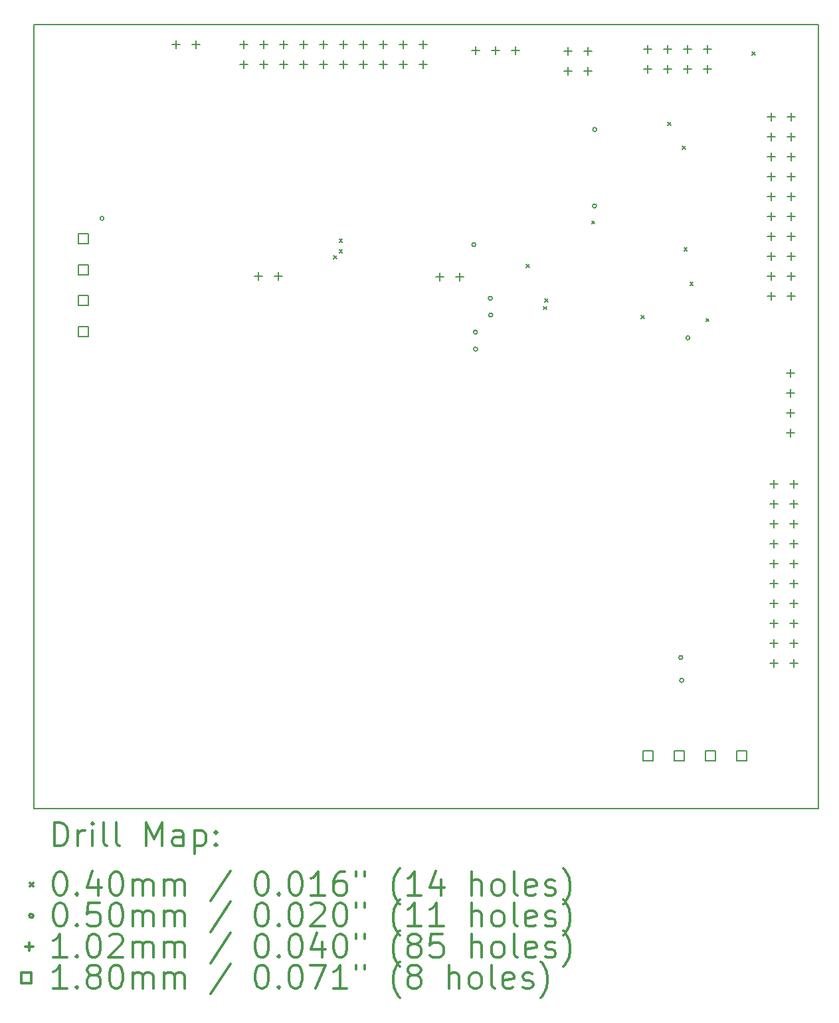
<source format=gbr>
%FSLAX45Y45*%
G04 Gerber Fmt 4.5, Leading zero omitted, Abs format (unit mm)*
G04 Created by KiCad (PCBNEW 4.0.6) date 10/03/17 06:58:42*
%MOMM*%
%LPD*%
G01*
G04 APERTURE LIST*
%ADD10C,0.127000*%
%ADD11C,0.150000*%
%ADD12C,0.200000*%
%ADD13C,0.300000*%
G04 APERTURE END LIST*
D10*
D11*
X18000000Y-2200000D02*
X18000000Y-12200000D01*
X8000000Y-12200000D02*
X18000000Y-12200000D01*
X8000000Y-2200000D02*
X8000000Y-12200000D01*
X8000000Y-2200000D02*
X18000000Y-2200000D01*
D12*
X11819000Y-5143000D02*
X11859000Y-5183000D01*
X11859000Y-5143000D02*
X11819000Y-5183000D01*
X11892000Y-4936000D02*
X11932000Y-4976000D01*
X11932000Y-4936000D02*
X11892000Y-4976000D01*
X11892000Y-5069000D02*
X11932000Y-5109000D01*
X11932000Y-5069000D02*
X11892000Y-5109000D01*
X14277000Y-5252000D02*
X14317000Y-5292000D01*
X14317000Y-5252000D02*
X14277000Y-5292000D01*
X14498000Y-5793000D02*
X14538000Y-5833000D01*
X14538000Y-5793000D02*
X14498000Y-5833000D01*
X14516000Y-5694000D02*
X14556000Y-5734000D01*
X14556000Y-5694000D02*
X14516000Y-5734000D01*
X15110000Y-4701000D02*
X15150000Y-4741000D01*
X15150000Y-4701000D02*
X15110000Y-4741000D01*
X15740000Y-5904000D02*
X15780000Y-5944000D01*
X15780000Y-5904000D02*
X15740000Y-5944000D01*
X16082000Y-3442000D02*
X16122000Y-3482000D01*
X16122000Y-3442000D02*
X16082000Y-3482000D01*
X16263000Y-3749000D02*
X16303000Y-3789000D01*
X16303000Y-3749000D02*
X16263000Y-3789000D01*
X16287000Y-5042000D02*
X16327000Y-5082000D01*
X16327000Y-5042000D02*
X16287000Y-5082000D01*
X16362000Y-5485000D02*
X16402000Y-5525000D01*
X16402000Y-5485000D02*
X16362000Y-5525000D01*
X16566000Y-5944000D02*
X16606000Y-5984000D01*
X16606000Y-5944000D02*
X16566000Y-5984000D01*
X17155000Y-2544000D02*
X17195000Y-2584000D01*
X17195000Y-2544000D02*
X17155000Y-2584000D01*
X8894000Y-4669000D02*
G75*
G03X8894000Y-4669000I-25000J0D01*
G01*
X13633000Y-5004000D02*
G75*
G03X13633000Y-5004000I-25000J0D01*
G01*
X13653000Y-6120000D02*
G75*
G03X13653000Y-6120000I-25000J0D01*
G01*
X13655000Y-6337000D02*
G75*
G03X13655000Y-6337000I-25000J0D01*
G01*
X13843000Y-5689000D02*
G75*
G03X13843000Y-5689000I-25000J0D01*
G01*
X13848000Y-5902000D02*
G75*
G03X13848000Y-5902000I-25000J0D01*
G01*
X15171000Y-4511000D02*
G75*
G03X15171000Y-4511000I-25000J0D01*
G01*
X15174000Y-3536000D02*
G75*
G03X15174000Y-3536000I-25000J0D01*
G01*
X16271000Y-10270000D02*
G75*
G03X16271000Y-10270000I-25000J0D01*
G01*
X16282000Y-10561000D02*
G75*
G03X16282000Y-10561000I-25000J0D01*
G01*
X16361000Y-6193000D02*
G75*
G03X16361000Y-6193000I-25000J0D01*
G01*
X9809000Y-2403200D02*
X9809000Y-2504800D01*
X9758200Y-2454000D02*
X9859800Y-2454000D01*
X10063000Y-2403200D02*
X10063000Y-2504800D01*
X10012200Y-2454000D02*
X10113800Y-2454000D01*
X10679000Y-2402200D02*
X10679000Y-2503800D01*
X10628200Y-2453000D02*
X10729800Y-2453000D01*
X10679000Y-2656200D02*
X10679000Y-2757800D01*
X10628200Y-2707000D02*
X10729800Y-2707000D01*
X10865000Y-5352200D02*
X10865000Y-5453800D01*
X10814200Y-5403000D02*
X10915800Y-5403000D01*
X10933000Y-2402200D02*
X10933000Y-2503800D01*
X10882200Y-2453000D02*
X10983800Y-2453000D01*
X10933000Y-2656200D02*
X10933000Y-2757800D01*
X10882200Y-2707000D02*
X10983800Y-2707000D01*
X11119000Y-5352200D02*
X11119000Y-5453800D01*
X11068200Y-5403000D02*
X11169800Y-5403000D01*
X11187000Y-2402200D02*
X11187000Y-2503800D01*
X11136200Y-2453000D02*
X11237800Y-2453000D01*
X11187000Y-2656200D02*
X11187000Y-2757800D01*
X11136200Y-2707000D02*
X11237800Y-2707000D01*
X11441000Y-2402200D02*
X11441000Y-2503800D01*
X11390200Y-2453000D02*
X11491800Y-2453000D01*
X11441000Y-2656200D02*
X11441000Y-2757800D01*
X11390200Y-2707000D02*
X11491800Y-2707000D01*
X11695000Y-2402200D02*
X11695000Y-2503800D01*
X11644200Y-2453000D02*
X11745800Y-2453000D01*
X11695000Y-2656200D02*
X11695000Y-2757800D01*
X11644200Y-2707000D02*
X11745800Y-2707000D01*
X11949000Y-2402200D02*
X11949000Y-2503800D01*
X11898200Y-2453000D02*
X11999800Y-2453000D01*
X11949000Y-2656200D02*
X11949000Y-2757800D01*
X11898200Y-2707000D02*
X11999800Y-2707000D01*
X12203000Y-2402200D02*
X12203000Y-2503800D01*
X12152200Y-2453000D02*
X12253800Y-2453000D01*
X12203000Y-2656200D02*
X12203000Y-2757800D01*
X12152200Y-2707000D02*
X12253800Y-2707000D01*
X12457000Y-2402200D02*
X12457000Y-2503800D01*
X12406200Y-2453000D02*
X12507800Y-2453000D01*
X12457000Y-2656200D02*
X12457000Y-2757800D01*
X12406200Y-2707000D02*
X12507800Y-2707000D01*
X12711000Y-2402200D02*
X12711000Y-2503800D01*
X12660200Y-2453000D02*
X12761800Y-2453000D01*
X12711000Y-2656200D02*
X12711000Y-2757800D01*
X12660200Y-2707000D02*
X12761800Y-2707000D01*
X12965000Y-2402200D02*
X12965000Y-2503800D01*
X12914200Y-2453000D02*
X13015800Y-2453000D01*
X12965000Y-2656200D02*
X12965000Y-2757800D01*
X12914200Y-2707000D02*
X13015800Y-2707000D01*
X13173000Y-5362200D02*
X13173000Y-5463800D01*
X13122200Y-5413000D02*
X13223800Y-5413000D01*
X13427000Y-5362200D02*
X13427000Y-5463800D01*
X13376200Y-5413000D02*
X13477800Y-5413000D01*
X13635000Y-2480200D02*
X13635000Y-2581800D01*
X13584200Y-2531000D02*
X13685800Y-2531000D01*
X13889000Y-2480200D02*
X13889000Y-2581800D01*
X13838200Y-2531000D02*
X13939800Y-2531000D01*
X14143000Y-2480200D02*
X14143000Y-2581800D01*
X14092200Y-2531000D02*
X14193800Y-2531000D01*
X14808000Y-2489200D02*
X14808000Y-2590800D01*
X14757200Y-2540000D02*
X14858800Y-2540000D01*
X14808000Y-2743200D02*
X14808000Y-2844800D01*
X14757200Y-2794000D02*
X14858800Y-2794000D01*
X15062000Y-2489200D02*
X15062000Y-2590800D01*
X15011200Y-2540000D02*
X15112800Y-2540000D01*
X15062000Y-2743200D02*
X15062000Y-2844800D01*
X15011200Y-2794000D02*
X15112800Y-2794000D01*
X15824000Y-2456200D02*
X15824000Y-2557800D01*
X15773200Y-2507000D02*
X15874800Y-2507000D01*
X15824000Y-2710200D02*
X15824000Y-2811800D01*
X15773200Y-2761000D02*
X15874800Y-2761000D01*
X16078000Y-2456200D02*
X16078000Y-2557800D01*
X16027200Y-2507000D02*
X16128800Y-2507000D01*
X16078000Y-2710200D02*
X16078000Y-2811800D01*
X16027200Y-2761000D02*
X16128800Y-2761000D01*
X16332000Y-2456200D02*
X16332000Y-2557800D01*
X16281200Y-2507000D02*
X16382800Y-2507000D01*
X16332000Y-2710200D02*
X16332000Y-2811800D01*
X16281200Y-2761000D02*
X16382800Y-2761000D01*
X16586000Y-2456200D02*
X16586000Y-2557800D01*
X16535200Y-2507000D02*
X16636800Y-2507000D01*
X16586000Y-2710200D02*
X16586000Y-2811800D01*
X16535200Y-2761000D02*
X16636800Y-2761000D01*
X17399000Y-3327200D02*
X17399000Y-3428800D01*
X17348200Y-3378000D02*
X17449800Y-3378000D01*
X17399000Y-3581200D02*
X17399000Y-3682800D01*
X17348200Y-3632000D02*
X17449800Y-3632000D01*
X17399000Y-3835200D02*
X17399000Y-3936800D01*
X17348200Y-3886000D02*
X17449800Y-3886000D01*
X17399000Y-4089200D02*
X17399000Y-4190800D01*
X17348200Y-4140000D02*
X17449800Y-4140000D01*
X17399000Y-4343200D02*
X17399000Y-4444800D01*
X17348200Y-4394000D02*
X17449800Y-4394000D01*
X17399000Y-4597200D02*
X17399000Y-4698800D01*
X17348200Y-4648000D02*
X17449800Y-4648000D01*
X17399000Y-4851200D02*
X17399000Y-4952800D01*
X17348200Y-4902000D02*
X17449800Y-4902000D01*
X17399000Y-5105200D02*
X17399000Y-5206800D01*
X17348200Y-5156000D02*
X17449800Y-5156000D01*
X17399000Y-5359200D02*
X17399000Y-5460800D01*
X17348200Y-5410000D02*
X17449800Y-5410000D01*
X17399000Y-5613200D02*
X17399000Y-5714800D01*
X17348200Y-5664000D02*
X17449800Y-5664000D01*
X17437000Y-8003200D02*
X17437000Y-8104800D01*
X17386200Y-8054000D02*
X17487800Y-8054000D01*
X17437000Y-8257200D02*
X17437000Y-8358800D01*
X17386200Y-8308000D02*
X17487800Y-8308000D01*
X17437000Y-8511200D02*
X17437000Y-8612800D01*
X17386200Y-8562000D02*
X17487800Y-8562000D01*
X17437000Y-8765200D02*
X17437000Y-8866800D01*
X17386200Y-8816000D02*
X17487800Y-8816000D01*
X17437000Y-9019200D02*
X17437000Y-9120800D01*
X17386200Y-9070000D02*
X17487800Y-9070000D01*
X17437000Y-9273200D02*
X17437000Y-9374800D01*
X17386200Y-9324000D02*
X17487800Y-9324000D01*
X17437000Y-9527200D02*
X17437000Y-9628800D01*
X17386200Y-9578000D02*
X17487800Y-9578000D01*
X17437000Y-9781200D02*
X17437000Y-9882800D01*
X17386200Y-9832000D02*
X17487800Y-9832000D01*
X17437000Y-10035200D02*
X17437000Y-10136800D01*
X17386200Y-10086000D02*
X17487800Y-10086000D01*
X17437000Y-10289200D02*
X17437000Y-10390800D01*
X17386200Y-10340000D02*
X17487800Y-10340000D01*
X17647000Y-6592200D02*
X17647000Y-6693800D01*
X17596200Y-6643000D02*
X17697800Y-6643000D01*
X17647000Y-6846200D02*
X17647000Y-6947800D01*
X17596200Y-6897000D02*
X17697800Y-6897000D01*
X17647000Y-7100200D02*
X17647000Y-7201800D01*
X17596200Y-7151000D02*
X17697800Y-7151000D01*
X17647000Y-7354200D02*
X17647000Y-7455800D01*
X17596200Y-7405000D02*
X17697800Y-7405000D01*
X17653000Y-3327200D02*
X17653000Y-3428800D01*
X17602200Y-3378000D02*
X17703800Y-3378000D01*
X17653000Y-3581200D02*
X17653000Y-3682800D01*
X17602200Y-3632000D02*
X17703800Y-3632000D01*
X17653000Y-3835200D02*
X17653000Y-3936800D01*
X17602200Y-3886000D02*
X17703800Y-3886000D01*
X17653000Y-4089200D02*
X17653000Y-4190800D01*
X17602200Y-4140000D02*
X17703800Y-4140000D01*
X17653000Y-4343200D02*
X17653000Y-4444800D01*
X17602200Y-4394000D02*
X17703800Y-4394000D01*
X17653000Y-4597200D02*
X17653000Y-4698800D01*
X17602200Y-4648000D02*
X17703800Y-4648000D01*
X17653000Y-4851200D02*
X17653000Y-4952800D01*
X17602200Y-4902000D02*
X17703800Y-4902000D01*
X17653000Y-5105200D02*
X17653000Y-5206800D01*
X17602200Y-5156000D02*
X17703800Y-5156000D01*
X17653000Y-5359200D02*
X17653000Y-5460800D01*
X17602200Y-5410000D02*
X17703800Y-5410000D01*
X17653000Y-5613200D02*
X17653000Y-5714800D01*
X17602200Y-5664000D02*
X17703800Y-5664000D01*
X17691000Y-8003200D02*
X17691000Y-8104800D01*
X17640200Y-8054000D02*
X17741800Y-8054000D01*
X17691000Y-8257200D02*
X17691000Y-8358800D01*
X17640200Y-8308000D02*
X17741800Y-8308000D01*
X17691000Y-8511200D02*
X17691000Y-8612800D01*
X17640200Y-8562000D02*
X17741800Y-8562000D01*
X17691000Y-8765200D02*
X17691000Y-8866800D01*
X17640200Y-8816000D02*
X17741800Y-8816000D01*
X17691000Y-9019200D02*
X17691000Y-9120800D01*
X17640200Y-9070000D02*
X17741800Y-9070000D01*
X17691000Y-9273200D02*
X17691000Y-9374800D01*
X17640200Y-9324000D02*
X17741800Y-9324000D01*
X17691000Y-9527200D02*
X17691000Y-9628800D01*
X17640200Y-9578000D02*
X17741800Y-9578000D01*
X17691000Y-9781200D02*
X17691000Y-9882800D01*
X17640200Y-9832000D02*
X17741800Y-9832000D01*
X17691000Y-10035200D02*
X17691000Y-10136800D01*
X17640200Y-10086000D02*
X17741800Y-10086000D01*
X17691000Y-10289200D02*
X17691000Y-10390800D01*
X17640200Y-10340000D02*
X17741800Y-10340000D01*
X8695671Y-4990565D02*
X8695671Y-4863223D01*
X8568329Y-4863223D01*
X8568329Y-4990565D01*
X8695671Y-4990565D01*
X8695671Y-5386551D02*
X8695671Y-5259209D01*
X8568329Y-5259209D01*
X8568329Y-5386551D01*
X8695671Y-5386551D01*
X8695671Y-5782791D02*
X8695671Y-5655449D01*
X8568329Y-5655449D01*
X8568329Y-5782791D01*
X8695671Y-5782791D01*
X8695671Y-6178777D02*
X8695671Y-6051435D01*
X8568329Y-6051435D01*
X8568329Y-6178777D01*
X8695671Y-6178777D01*
X15894565Y-11588671D02*
X15894565Y-11461329D01*
X15767223Y-11461329D01*
X15767223Y-11588671D01*
X15894565Y-11588671D01*
X16290551Y-11588671D02*
X16290551Y-11461329D01*
X16163209Y-11461329D01*
X16163209Y-11588671D01*
X16290551Y-11588671D01*
X16686791Y-11588671D02*
X16686791Y-11461329D01*
X16559449Y-11461329D01*
X16559449Y-11588671D01*
X16686791Y-11588671D01*
X17082777Y-11588671D02*
X17082777Y-11461329D01*
X16955435Y-11461329D01*
X16955435Y-11588671D01*
X17082777Y-11588671D01*
D13*
X8263928Y-12673214D02*
X8263928Y-12373214D01*
X8335357Y-12373214D01*
X8378214Y-12387500D01*
X8406786Y-12416071D01*
X8421071Y-12444643D01*
X8435357Y-12501786D01*
X8435357Y-12544643D01*
X8421071Y-12601786D01*
X8406786Y-12630357D01*
X8378214Y-12658929D01*
X8335357Y-12673214D01*
X8263928Y-12673214D01*
X8563929Y-12673214D02*
X8563929Y-12473214D01*
X8563929Y-12530357D02*
X8578214Y-12501786D01*
X8592500Y-12487500D01*
X8621071Y-12473214D01*
X8649643Y-12473214D01*
X8749643Y-12673214D02*
X8749643Y-12473214D01*
X8749643Y-12373214D02*
X8735357Y-12387500D01*
X8749643Y-12401786D01*
X8763929Y-12387500D01*
X8749643Y-12373214D01*
X8749643Y-12401786D01*
X8935357Y-12673214D02*
X8906786Y-12658929D01*
X8892500Y-12630357D01*
X8892500Y-12373214D01*
X9092500Y-12673214D02*
X9063929Y-12658929D01*
X9049643Y-12630357D01*
X9049643Y-12373214D01*
X9435357Y-12673214D02*
X9435357Y-12373214D01*
X9535357Y-12587500D01*
X9635357Y-12373214D01*
X9635357Y-12673214D01*
X9906786Y-12673214D02*
X9906786Y-12516071D01*
X9892500Y-12487500D01*
X9863929Y-12473214D01*
X9806786Y-12473214D01*
X9778214Y-12487500D01*
X9906786Y-12658929D02*
X9878214Y-12673214D01*
X9806786Y-12673214D01*
X9778214Y-12658929D01*
X9763929Y-12630357D01*
X9763929Y-12601786D01*
X9778214Y-12573214D01*
X9806786Y-12558929D01*
X9878214Y-12558929D01*
X9906786Y-12544643D01*
X10049643Y-12473214D02*
X10049643Y-12773214D01*
X10049643Y-12487500D02*
X10078214Y-12473214D01*
X10135357Y-12473214D01*
X10163929Y-12487500D01*
X10178214Y-12501786D01*
X10192500Y-12530357D01*
X10192500Y-12616071D01*
X10178214Y-12644643D01*
X10163929Y-12658929D01*
X10135357Y-12673214D01*
X10078214Y-12673214D01*
X10049643Y-12658929D01*
X10321071Y-12644643D02*
X10335357Y-12658929D01*
X10321071Y-12673214D01*
X10306786Y-12658929D01*
X10321071Y-12644643D01*
X10321071Y-12673214D01*
X10321071Y-12487500D02*
X10335357Y-12501786D01*
X10321071Y-12516071D01*
X10306786Y-12501786D01*
X10321071Y-12487500D01*
X10321071Y-12516071D01*
X7952500Y-13147500D02*
X7992500Y-13187500D01*
X7992500Y-13147500D02*
X7952500Y-13187500D01*
X8321071Y-13003214D02*
X8349643Y-13003214D01*
X8378214Y-13017500D01*
X8392500Y-13031786D01*
X8406786Y-13060357D01*
X8421071Y-13117500D01*
X8421071Y-13188929D01*
X8406786Y-13246071D01*
X8392500Y-13274643D01*
X8378214Y-13288929D01*
X8349643Y-13303214D01*
X8321071Y-13303214D01*
X8292500Y-13288929D01*
X8278214Y-13274643D01*
X8263928Y-13246071D01*
X8249643Y-13188929D01*
X8249643Y-13117500D01*
X8263928Y-13060357D01*
X8278214Y-13031786D01*
X8292500Y-13017500D01*
X8321071Y-13003214D01*
X8549643Y-13274643D02*
X8563929Y-13288929D01*
X8549643Y-13303214D01*
X8535357Y-13288929D01*
X8549643Y-13274643D01*
X8549643Y-13303214D01*
X8821071Y-13103214D02*
X8821071Y-13303214D01*
X8749643Y-12988929D02*
X8678214Y-13203214D01*
X8863928Y-13203214D01*
X9035357Y-13003214D02*
X9063929Y-13003214D01*
X9092500Y-13017500D01*
X9106786Y-13031786D01*
X9121071Y-13060357D01*
X9135357Y-13117500D01*
X9135357Y-13188929D01*
X9121071Y-13246071D01*
X9106786Y-13274643D01*
X9092500Y-13288929D01*
X9063929Y-13303214D01*
X9035357Y-13303214D01*
X9006786Y-13288929D01*
X8992500Y-13274643D01*
X8978214Y-13246071D01*
X8963929Y-13188929D01*
X8963929Y-13117500D01*
X8978214Y-13060357D01*
X8992500Y-13031786D01*
X9006786Y-13017500D01*
X9035357Y-13003214D01*
X9263929Y-13303214D02*
X9263929Y-13103214D01*
X9263929Y-13131786D02*
X9278214Y-13117500D01*
X9306786Y-13103214D01*
X9349643Y-13103214D01*
X9378214Y-13117500D01*
X9392500Y-13146071D01*
X9392500Y-13303214D01*
X9392500Y-13146071D02*
X9406786Y-13117500D01*
X9435357Y-13103214D01*
X9478214Y-13103214D01*
X9506786Y-13117500D01*
X9521071Y-13146071D01*
X9521071Y-13303214D01*
X9663929Y-13303214D02*
X9663929Y-13103214D01*
X9663929Y-13131786D02*
X9678214Y-13117500D01*
X9706786Y-13103214D01*
X9749643Y-13103214D01*
X9778214Y-13117500D01*
X9792500Y-13146071D01*
X9792500Y-13303214D01*
X9792500Y-13146071D02*
X9806786Y-13117500D01*
X9835357Y-13103214D01*
X9878214Y-13103214D01*
X9906786Y-13117500D01*
X9921071Y-13146071D01*
X9921071Y-13303214D01*
X10506786Y-12988929D02*
X10249643Y-13374643D01*
X10892500Y-13003214D02*
X10921071Y-13003214D01*
X10949643Y-13017500D01*
X10963928Y-13031786D01*
X10978214Y-13060357D01*
X10992500Y-13117500D01*
X10992500Y-13188929D01*
X10978214Y-13246071D01*
X10963928Y-13274643D01*
X10949643Y-13288929D01*
X10921071Y-13303214D01*
X10892500Y-13303214D01*
X10863928Y-13288929D01*
X10849643Y-13274643D01*
X10835357Y-13246071D01*
X10821071Y-13188929D01*
X10821071Y-13117500D01*
X10835357Y-13060357D01*
X10849643Y-13031786D01*
X10863928Y-13017500D01*
X10892500Y-13003214D01*
X11121071Y-13274643D02*
X11135357Y-13288929D01*
X11121071Y-13303214D01*
X11106786Y-13288929D01*
X11121071Y-13274643D01*
X11121071Y-13303214D01*
X11321071Y-13003214D02*
X11349643Y-13003214D01*
X11378214Y-13017500D01*
X11392500Y-13031786D01*
X11406785Y-13060357D01*
X11421071Y-13117500D01*
X11421071Y-13188929D01*
X11406785Y-13246071D01*
X11392500Y-13274643D01*
X11378214Y-13288929D01*
X11349643Y-13303214D01*
X11321071Y-13303214D01*
X11292500Y-13288929D01*
X11278214Y-13274643D01*
X11263928Y-13246071D01*
X11249643Y-13188929D01*
X11249643Y-13117500D01*
X11263928Y-13060357D01*
X11278214Y-13031786D01*
X11292500Y-13017500D01*
X11321071Y-13003214D01*
X11706785Y-13303214D02*
X11535357Y-13303214D01*
X11621071Y-13303214D02*
X11621071Y-13003214D01*
X11592500Y-13046071D01*
X11563928Y-13074643D01*
X11535357Y-13088929D01*
X11963928Y-13003214D02*
X11906785Y-13003214D01*
X11878214Y-13017500D01*
X11863928Y-13031786D01*
X11835357Y-13074643D01*
X11821071Y-13131786D01*
X11821071Y-13246071D01*
X11835357Y-13274643D01*
X11849643Y-13288929D01*
X11878214Y-13303214D01*
X11935357Y-13303214D01*
X11963928Y-13288929D01*
X11978214Y-13274643D01*
X11992500Y-13246071D01*
X11992500Y-13174643D01*
X11978214Y-13146071D01*
X11963928Y-13131786D01*
X11935357Y-13117500D01*
X11878214Y-13117500D01*
X11849643Y-13131786D01*
X11835357Y-13146071D01*
X11821071Y-13174643D01*
X12106786Y-13003214D02*
X12106786Y-13060357D01*
X12221071Y-13003214D02*
X12221071Y-13060357D01*
X12663928Y-13417500D02*
X12649643Y-13403214D01*
X12621071Y-13360357D01*
X12606785Y-13331786D01*
X12592500Y-13288929D01*
X12578214Y-13217500D01*
X12578214Y-13160357D01*
X12592500Y-13088929D01*
X12606785Y-13046071D01*
X12621071Y-13017500D01*
X12649643Y-12974643D01*
X12663928Y-12960357D01*
X12935357Y-13303214D02*
X12763928Y-13303214D01*
X12849643Y-13303214D02*
X12849643Y-13003214D01*
X12821071Y-13046071D01*
X12792500Y-13074643D01*
X12763928Y-13088929D01*
X13192500Y-13103214D02*
X13192500Y-13303214D01*
X13121071Y-12988929D02*
X13049643Y-13203214D01*
X13235357Y-13203214D01*
X13578214Y-13303214D02*
X13578214Y-13003214D01*
X13706785Y-13303214D02*
X13706785Y-13146071D01*
X13692500Y-13117500D01*
X13663928Y-13103214D01*
X13621071Y-13103214D01*
X13592500Y-13117500D01*
X13578214Y-13131786D01*
X13892500Y-13303214D02*
X13863928Y-13288929D01*
X13849643Y-13274643D01*
X13835357Y-13246071D01*
X13835357Y-13160357D01*
X13849643Y-13131786D01*
X13863928Y-13117500D01*
X13892500Y-13103214D01*
X13935357Y-13103214D01*
X13963928Y-13117500D01*
X13978214Y-13131786D01*
X13992500Y-13160357D01*
X13992500Y-13246071D01*
X13978214Y-13274643D01*
X13963928Y-13288929D01*
X13935357Y-13303214D01*
X13892500Y-13303214D01*
X14163928Y-13303214D02*
X14135357Y-13288929D01*
X14121071Y-13260357D01*
X14121071Y-13003214D01*
X14392500Y-13288929D02*
X14363928Y-13303214D01*
X14306786Y-13303214D01*
X14278214Y-13288929D01*
X14263928Y-13260357D01*
X14263928Y-13146071D01*
X14278214Y-13117500D01*
X14306786Y-13103214D01*
X14363928Y-13103214D01*
X14392500Y-13117500D01*
X14406786Y-13146071D01*
X14406786Y-13174643D01*
X14263928Y-13203214D01*
X14521071Y-13288929D02*
X14549643Y-13303214D01*
X14606786Y-13303214D01*
X14635357Y-13288929D01*
X14649643Y-13260357D01*
X14649643Y-13246071D01*
X14635357Y-13217500D01*
X14606786Y-13203214D01*
X14563928Y-13203214D01*
X14535357Y-13188929D01*
X14521071Y-13160357D01*
X14521071Y-13146071D01*
X14535357Y-13117500D01*
X14563928Y-13103214D01*
X14606786Y-13103214D01*
X14635357Y-13117500D01*
X14749643Y-13417500D02*
X14763928Y-13403214D01*
X14792500Y-13360357D01*
X14806786Y-13331786D01*
X14821071Y-13288929D01*
X14835357Y-13217500D01*
X14835357Y-13160357D01*
X14821071Y-13088929D01*
X14806786Y-13046071D01*
X14792500Y-13017500D01*
X14763928Y-12974643D01*
X14749643Y-12960357D01*
X7992500Y-13563500D02*
G75*
G03X7992500Y-13563500I-25000J0D01*
G01*
X8321071Y-13399214D02*
X8349643Y-13399214D01*
X8378214Y-13413500D01*
X8392500Y-13427786D01*
X8406786Y-13456357D01*
X8421071Y-13513500D01*
X8421071Y-13584929D01*
X8406786Y-13642071D01*
X8392500Y-13670643D01*
X8378214Y-13684929D01*
X8349643Y-13699214D01*
X8321071Y-13699214D01*
X8292500Y-13684929D01*
X8278214Y-13670643D01*
X8263928Y-13642071D01*
X8249643Y-13584929D01*
X8249643Y-13513500D01*
X8263928Y-13456357D01*
X8278214Y-13427786D01*
X8292500Y-13413500D01*
X8321071Y-13399214D01*
X8549643Y-13670643D02*
X8563929Y-13684929D01*
X8549643Y-13699214D01*
X8535357Y-13684929D01*
X8549643Y-13670643D01*
X8549643Y-13699214D01*
X8835357Y-13399214D02*
X8692500Y-13399214D01*
X8678214Y-13542071D01*
X8692500Y-13527786D01*
X8721071Y-13513500D01*
X8792500Y-13513500D01*
X8821071Y-13527786D01*
X8835357Y-13542071D01*
X8849643Y-13570643D01*
X8849643Y-13642071D01*
X8835357Y-13670643D01*
X8821071Y-13684929D01*
X8792500Y-13699214D01*
X8721071Y-13699214D01*
X8692500Y-13684929D01*
X8678214Y-13670643D01*
X9035357Y-13399214D02*
X9063929Y-13399214D01*
X9092500Y-13413500D01*
X9106786Y-13427786D01*
X9121071Y-13456357D01*
X9135357Y-13513500D01*
X9135357Y-13584929D01*
X9121071Y-13642071D01*
X9106786Y-13670643D01*
X9092500Y-13684929D01*
X9063929Y-13699214D01*
X9035357Y-13699214D01*
X9006786Y-13684929D01*
X8992500Y-13670643D01*
X8978214Y-13642071D01*
X8963929Y-13584929D01*
X8963929Y-13513500D01*
X8978214Y-13456357D01*
X8992500Y-13427786D01*
X9006786Y-13413500D01*
X9035357Y-13399214D01*
X9263929Y-13699214D02*
X9263929Y-13499214D01*
X9263929Y-13527786D02*
X9278214Y-13513500D01*
X9306786Y-13499214D01*
X9349643Y-13499214D01*
X9378214Y-13513500D01*
X9392500Y-13542071D01*
X9392500Y-13699214D01*
X9392500Y-13542071D02*
X9406786Y-13513500D01*
X9435357Y-13499214D01*
X9478214Y-13499214D01*
X9506786Y-13513500D01*
X9521071Y-13542071D01*
X9521071Y-13699214D01*
X9663929Y-13699214D02*
X9663929Y-13499214D01*
X9663929Y-13527786D02*
X9678214Y-13513500D01*
X9706786Y-13499214D01*
X9749643Y-13499214D01*
X9778214Y-13513500D01*
X9792500Y-13542071D01*
X9792500Y-13699214D01*
X9792500Y-13542071D02*
X9806786Y-13513500D01*
X9835357Y-13499214D01*
X9878214Y-13499214D01*
X9906786Y-13513500D01*
X9921071Y-13542071D01*
X9921071Y-13699214D01*
X10506786Y-13384929D02*
X10249643Y-13770643D01*
X10892500Y-13399214D02*
X10921071Y-13399214D01*
X10949643Y-13413500D01*
X10963928Y-13427786D01*
X10978214Y-13456357D01*
X10992500Y-13513500D01*
X10992500Y-13584929D01*
X10978214Y-13642071D01*
X10963928Y-13670643D01*
X10949643Y-13684929D01*
X10921071Y-13699214D01*
X10892500Y-13699214D01*
X10863928Y-13684929D01*
X10849643Y-13670643D01*
X10835357Y-13642071D01*
X10821071Y-13584929D01*
X10821071Y-13513500D01*
X10835357Y-13456357D01*
X10849643Y-13427786D01*
X10863928Y-13413500D01*
X10892500Y-13399214D01*
X11121071Y-13670643D02*
X11135357Y-13684929D01*
X11121071Y-13699214D01*
X11106786Y-13684929D01*
X11121071Y-13670643D01*
X11121071Y-13699214D01*
X11321071Y-13399214D02*
X11349643Y-13399214D01*
X11378214Y-13413500D01*
X11392500Y-13427786D01*
X11406785Y-13456357D01*
X11421071Y-13513500D01*
X11421071Y-13584929D01*
X11406785Y-13642071D01*
X11392500Y-13670643D01*
X11378214Y-13684929D01*
X11349643Y-13699214D01*
X11321071Y-13699214D01*
X11292500Y-13684929D01*
X11278214Y-13670643D01*
X11263928Y-13642071D01*
X11249643Y-13584929D01*
X11249643Y-13513500D01*
X11263928Y-13456357D01*
X11278214Y-13427786D01*
X11292500Y-13413500D01*
X11321071Y-13399214D01*
X11535357Y-13427786D02*
X11549643Y-13413500D01*
X11578214Y-13399214D01*
X11649643Y-13399214D01*
X11678214Y-13413500D01*
X11692500Y-13427786D01*
X11706785Y-13456357D01*
X11706785Y-13484929D01*
X11692500Y-13527786D01*
X11521071Y-13699214D01*
X11706785Y-13699214D01*
X11892500Y-13399214D02*
X11921071Y-13399214D01*
X11949643Y-13413500D01*
X11963928Y-13427786D01*
X11978214Y-13456357D01*
X11992500Y-13513500D01*
X11992500Y-13584929D01*
X11978214Y-13642071D01*
X11963928Y-13670643D01*
X11949643Y-13684929D01*
X11921071Y-13699214D01*
X11892500Y-13699214D01*
X11863928Y-13684929D01*
X11849643Y-13670643D01*
X11835357Y-13642071D01*
X11821071Y-13584929D01*
X11821071Y-13513500D01*
X11835357Y-13456357D01*
X11849643Y-13427786D01*
X11863928Y-13413500D01*
X11892500Y-13399214D01*
X12106786Y-13399214D02*
X12106786Y-13456357D01*
X12221071Y-13399214D02*
X12221071Y-13456357D01*
X12663928Y-13813500D02*
X12649643Y-13799214D01*
X12621071Y-13756357D01*
X12606785Y-13727786D01*
X12592500Y-13684929D01*
X12578214Y-13613500D01*
X12578214Y-13556357D01*
X12592500Y-13484929D01*
X12606785Y-13442071D01*
X12621071Y-13413500D01*
X12649643Y-13370643D01*
X12663928Y-13356357D01*
X12935357Y-13699214D02*
X12763928Y-13699214D01*
X12849643Y-13699214D02*
X12849643Y-13399214D01*
X12821071Y-13442071D01*
X12792500Y-13470643D01*
X12763928Y-13484929D01*
X13221071Y-13699214D02*
X13049643Y-13699214D01*
X13135357Y-13699214D02*
X13135357Y-13399214D01*
X13106785Y-13442071D01*
X13078214Y-13470643D01*
X13049643Y-13484929D01*
X13578214Y-13699214D02*
X13578214Y-13399214D01*
X13706785Y-13699214D02*
X13706785Y-13542071D01*
X13692500Y-13513500D01*
X13663928Y-13499214D01*
X13621071Y-13499214D01*
X13592500Y-13513500D01*
X13578214Y-13527786D01*
X13892500Y-13699214D02*
X13863928Y-13684929D01*
X13849643Y-13670643D01*
X13835357Y-13642071D01*
X13835357Y-13556357D01*
X13849643Y-13527786D01*
X13863928Y-13513500D01*
X13892500Y-13499214D01*
X13935357Y-13499214D01*
X13963928Y-13513500D01*
X13978214Y-13527786D01*
X13992500Y-13556357D01*
X13992500Y-13642071D01*
X13978214Y-13670643D01*
X13963928Y-13684929D01*
X13935357Y-13699214D01*
X13892500Y-13699214D01*
X14163928Y-13699214D02*
X14135357Y-13684929D01*
X14121071Y-13656357D01*
X14121071Y-13399214D01*
X14392500Y-13684929D02*
X14363928Y-13699214D01*
X14306786Y-13699214D01*
X14278214Y-13684929D01*
X14263928Y-13656357D01*
X14263928Y-13542071D01*
X14278214Y-13513500D01*
X14306786Y-13499214D01*
X14363928Y-13499214D01*
X14392500Y-13513500D01*
X14406786Y-13542071D01*
X14406786Y-13570643D01*
X14263928Y-13599214D01*
X14521071Y-13684929D02*
X14549643Y-13699214D01*
X14606786Y-13699214D01*
X14635357Y-13684929D01*
X14649643Y-13656357D01*
X14649643Y-13642071D01*
X14635357Y-13613500D01*
X14606786Y-13599214D01*
X14563928Y-13599214D01*
X14535357Y-13584929D01*
X14521071Y-13556357D01*
X14521071Y-13542071D01*
X14535357Y-13513500D01*
X14563928Y-13499214D01*
X14606786Y-13499214D01*
X14635357Y-13513500D01*
X14749643Y-13813500D02*
X14763928Y-13799214D01*
X14792500Y-13756357D01*
X14806786Y-13727786D01*
X14821071Y-13684929D01*
X14835357Y-13613500D01*
X14835357Y-13556357D01*
X14821071Y-13484929D01*
X14806786Y-13442071D01*
X14792500Y-13413500D01*
X14763928Y-13370643D01*
X14749643Y-13356357D01*
X7941700Y-13908700D02*
X7941700Y-14010300D01*
X7890900Y-13959500D02*
X7992500Y-13959500D01*
X8421071Y-14095214D02*
X8249643Y-14095214D01*
X8335357Y-14095214D02*
X8335357Y-13795214D01*
X8306786Y-13838071D01*
X8278214Y-13866643D01*
X8249643Y-13880929D01*
X8549643Y-14066643D02*
X8563929Y-14080929D01*
X8549643Y-14095214D01*
X8535357Y-14080929D01*
X8549643Y-14066643D01*
X8549643Y-14095214D01*
X8749643Y-13795214D02*
X8778214Y-13795214D01*
X8806786Y-13809500D01*
X8821071Y-13823786D01*
X8835357Y-13852357D01*
X8849643Y-13909500D01*
X8849643Y-13980929D01*
X8835357Y-14038071D01*
X8821071Y-14066643D01*
X8806786Y-14080929D01*
X8778214Y-14095214D01*
X8749643Y-14095214D01*
X8721071Y-14080929D01*
X8706786Y-14066643D01*
X8692500Y-14038071D01*
X8678214Y-13980929D01*
X8678214Y-13909500D01*
X8692500Y-13852357D01*
X8706786Y-13823786D01*
X8721071Y-13809500D01*
X8749643Y-13795214D01*
X8963929Y-13823786D02*
X8978214Y-13809500D01*
X9006786Y-13795214D01*
X9078214Y-13795214D01*
X9106786Y-13809500D01*
X9121071Y-13823786D01*
X9135357Y-13852357D01*
X9135357Y-13880929D01*
X9121071Y-13923786D01*
X8949643Y-14095214D01*
X9135357Y-14095214D01*
X9263929Y-14095214D02*
X9263929Y-13895214D01*
X9263929Y-13923786D02*
X9278214Y-13909500D01*
X9306786Y-13895214D01*
X9349643Y-13895214D01*
X9378214Y-13909500D01*
X9392500Y-13938071D01*
X9392500Y-14095214D01*
X9392500Y-13938071D02*
X9406786Y-13909500D01*
X9435357Y-13895214D01*
X9478214Y-13895214D01*
X9506786Y-13909500D01*
X9521071Y-13938071D01*
X9521071Y-14095214D01*
X9663929Y-14095214D02*
X9663929Y-13895214D01*
X9663929Y-13923786D02*
X9678214Y-13909500D01*
X9706786Y-13895214D01*
X9749643Y-13895214D01*
X9778214Y-13909500D01*
X9792500Y-13938071D01*
X9792500Y-14095214D01*
X9792500Y-13938071D02*
X9806786Y-13909500D01*
X9835357Y-13895214D01*
X9878214Y-13895214D01*
X9906786Y-13909500D01*
X9921071Y-13938071D01*
X9921071Y-14095214D01*
X10506786Y-13780929D02*
X10249643Y-14166643D01*
X10892500Y-13795214D02*
X10921071Y-13795214D01*
X10949643Y-13809500D01*
X10963928Y-13823786D01*
X10978214Y-13852357D01*
X10992500Y-13909500D01*
X10992500Y-13980929D01*
X10978214Y-14038071D01*
X10963928Y-14066643D01*
X10949643Y-14080929D01*
X10921071Y-14095214D01*
X10892500Y-14095214D01*
X10863928Y-14080929D01*
X10849643Y-14066643D01*
X10835357Y-14038071D01*
X10821071Y-13980929D01*
X10821071Y-13909500D01*
X10835357Y-13852357D01*
X10849643Y-13823786D01*
X10863928Y-13809500D01*
X10892500Y-13795214D01*
X11121071Y-14066643D02*
X11135357Y-14080929D01*
X11121071Y-14095214D01*
X11106786Y-14080929D01*
X11121071Y-14066643D01*
X11121071Y-14095214D01*
X11321071Y-13795214D02*
X11349643Y-13795214D01*
X11378214Y-13809500D01*
X11392500Y-13823786D01*
X11406785Y-13852357D01*
X11421071Y-13909500D01*
X11421071Y-13980929D01*
X11406785Y-14038071D01*
X11392500Y-14066643D01*
X11378214Y-14080929D01*
X11349643Y-14095214D01*
X11321071Y-14095214D01*
X11292500Y-14080929D01*
X11278214Y-14066643D01*
X11263928Y-14038071D01*
X11249643Y-13980929D01*
X11249643Y-13909500D01*
X11263928Y-13852357D01*
X11278214Y-13823786D01*
X11292500Y-13809500D01*
X11321071Y-13795214D01*
X11678214Y-13895214D02*
X11678214Y-14095214D01*
X11606785Y-13780929D02*
X11535357Y-13995214D01*
X11721071Y-13995214D01*
X11892500Y-13795214D02*
X11921071Y-13795214D01*
X11949643Y-13809500D01*
X11963928Y-13823786D01*
X11978214Y-13852357D01*
X11992500Y-13909500D01*
X11992500Y-13980929D01*
X11978214Y-14038071D01*
X11963928Y-14066643D01*
X11949643Y-14080929D01*
X11921071Y-14095214D01*
X11892500Y-14095214D01*
X11863928Y-14080929D01*
X11849643Y-14066643D01*
X11835357Y-14038071D01*
X11821071Y-13980929D01*
X11821071Y-13909500D01*
X11835357Y-13852357D01*
X11849643Y-13823786D01*
X11863928Y-13809500D01*
X11892500Y-13795214D01*
X12106786Y-13795214D02*
X12106786Y-13852357D01*
X12221071Y-13795214D02*
X12221071Y-13852357D01*
X12663928Y-14209500D02*
X12649643Y-14195214D01*
X12621071Y-14152357D01*
X12606785Y-14123786D01*
X12592500Y-14080929D01*
X12578214Y-14009500D01*
X12578214Y-13952357D01*
X12592500Y-13880929D01*
X12606785Y-13838071D01*
X12621071Y-13809500D01*
X12649643Y-13766643D01*
X12663928Y-13752357D01*
X12821071Y-13923786D02*
X12792500Y-13909500D01*
X12778214Y-13895214D01*
X12763928Y-13866643D01*
X12763928Y-13852357D01*
X12778214Y-13823786D01*
X12792500Y-13809500D01*
X12821071Y-13795214D01*
X12878214Y-13795214D01*
X12906785Y-13809500D01*
X12921071Y-13823786D01*
X12935357Y-13852357D01*
X12935357Y-13866643D01*
X12921071Y-13895214D01*
X12906785Y-13909500D01*
X12878214Y-13923786D01*
X12821071Y-13923786D01*
X12792500Y-13938071D01*
X12778214Y-13952357D01*
X12763928Y-13980929D01*
X12763928Y-14038071D01*
X12778214Y-14066643D01*
X12792500Y-14080929D01*
X12821071Y-14095214D01*
X12878214Y-14095214D01*
X12906785Y-14080929D01*
X12921071Y-14066643D01*
X12935357Y-14038071D01*
X12935357Y-13980929D01*
X12921071Y-13952357D01*
X12906785Y-13938071D01*
X12878214Y-13923786D01*
X13206785Y-13795214D02*
X13063928Y-13795214D01*
X13049643Y-13938071D01*
X13063928Y-13923786D01*
X13092500Y-13909500D01*
X13163928Y-13909500D01*
X13192500Y-13923786D01*
X13206785Y-13938071D01*
X13221071Y-13966643D01*
X13221071Y-14038071D01*
X13206785Y-14066643D01*
X13192500Y-14080929D01*
X13163928Y-14095214D01*
X13092500Y-14095214D01*
X13063928Y-14080929D01*
X13049643Y-14066643D01*
X13578214Y-14095214D02*
X13578214Y-13795214D01*
X13706785Y-14095214D02*
X13706785Y-13938071D01*
X13692500Y-13909500D01*
X13663928Y-13895214D01*
X13621071Y-13895214D01*
X13592500Y-13909500D01*
X13578214Y-13923786D01*
X13892500Y-14095214D02*
X13863928Y-14080929D01*
X13849643Y-14066643D01*
X13835357Y-14038071D01*
X13835357Y-13952357D01*
X13849643Y-13923786D01*
X13863928Y-13909500D01*
X13892500Y-13895214D01*
X13935357Y-13895214D01*
X13963928Y-13909500D01*
X13978214Y-13923786D01*
X13992500Y-13952357D01*
X13992500Y-14038071D01*
X13978214Y-14066643D01*
X13963928Y-14080929D01*
X13935357Y-14095214D01*
X13892500Y-14095214D01*
X14163928Y-14095214D02*
X14135357Y-14080929D01*
X14121071Y-14052357D01*
X14121071Y-13795214D01*
X14392500Y-14080929D02*
X14363928Y-14095214D01*
X14306786Y-14095214D01*
X14278214Y-14080929D01*
X14263928Y-14052357D01*
X14263928Y-13938071D01*
X14278214Y-13909500D01*
X14306786Y-13895214D01*
X14363928Y-13895214D01*
X14392500Y-13909500D01*
X14406786Y-13938071D01*
X14406786Y-13966643D01*
X14263928Y-13995214D01*
X14521071Y-14080929D02*
X14549643Y-14095214D01*
X14606786Y-14095214D01*
X14635357Y-14080929D01*
X14649643Y-14052357D01*
X14649643Y-14038071D01*
X14635357Y-14009500D01*
X14606786Y-13995214D01*
X14563928Y-13995214D01*
X14535357Y-13980929D01*
X14521071Y-13952357D01*
X14521071Y-13938071D01*
X14535357Y-13909500D01*
X14563928Y-13895214D01*
X14606786Y-13895214D01*
X14635357Y-13909500D01*
X14749643Y-14209500D02*
X14763928Y-14195214D01*
X14792500Y-14152357D01*
X14806786Y-14123786D01*
X14821071Y-14080929D01*
X14835357Y-14009500D01*
X14835357Y-13952357D01*
X14821071Y-13880929D01*
X14806786Y-13838071D01*
X14792500Y-13809500D01*
X14763928Y-13766643D01*
X14749643Y-13752357D01*
X7966127Y-14419171D02*
X7966127Y-14291829D01*
X7838786Y-14291829D01*
X7838786Y-14419171D01*
X7966127Y-14419171D01*
X8421071Y-14491214D02*
X8249643Y-14491214D01*
X8335357Y-14491214D02*
X8335357Y-14191214D01*
X8306786Y-14234071D01*
X8278214Y-14262643D01*
X8249643Y-14276929D01*
X8549643Y-14462643D02*
X8563929Y-14476929D01*
X8549643Y-14491214D01*
X8535357Y-14476929D01*
X8549643Y-14462643D01*
X8549643Y-14491214D01*
X8735357Y-14319786D02*
X8706786Y-14305500D01*
X8692500Y-14291214D01*
X8678214Y-14262643D01*
X8678214Y-14248357D01*
X8692500Y-14219786D01*
X8706786Y-14205500D01*
X8735357Y-14191214D01*
X8792500Y-14191214D01*
X8821071Y-14205500D01*
X8835357Y-14219786D01*
X8849643Y-14248357D01*
X8849643Y-14262643D01*
X8835357Y-14291214D01*
X8821071Y-14305500D01*
X8792500Y-14319786D01*
X8735357Y-14319786D01*
X8706786Y-14334071D01*
X8692500Y-14348357D01*
X8678214Y-14376929D01*
X8678214Y-14434071D01*
X8692500Y-14462643D01*
X8706786Y-14476929D01*
X8735357Y-14491214D01*
X8792500Y-14491214D01*
X8821071Y-14476929D01*
X8835357Y-14462643D01*
X8849643Y-14434071D01*
X8849643Y-14376929D01*
X8835357Y-14348357D01*
X8821071Y-14334071D01*
X8792500Y-14319786D01*
X9035357Y-14191214D02*
X9063929Y-14191214D01*
X9092500Y-14205500D01*
X9106786Y-14219786D01*
X9121071Y-14248357D01*
X9135357Y-14305500D01*
X9135357Y-14376929D01*
X9121071Y-14434071D01*
X9106786Y-14462643D01*
X9092500Y-14476929D01*
X9063929Y-14491214D01*
X9035357Y-14491214D01*
X9006786Y-14476929D01*
X8992500Y-14462643D01*
X8978214Y-14434071D01*
X8963929Y-14376929D01*
X8963929Y-14305500D01*
X8978214Y-14248357D01*
X8992500Y-14219786D01*
X9006786Y-14205500D01*
X9035357Y-14191214D01*
X9263929Y-14491214D02*
X9263929Y-14291214D01*
X9263929Y-14319786D02*
X9278214Y-14305500D01*
X9306786Y-14291214D01*
X9349643Y-14291214D01*
X9378214Y-14305500D01*
X9392500Y-14334071D01*
X9392500Y-14491214D01*
X9392500Y-14334071D02*
X9406786Y-14305500D01*
X9435357Y-14291214D01*
X9478214Y-14291214D01*
X9506786Y-14305500D01*
X9521071Y-14334071D01*
X9521071Y-14491214D01*
X9663929Y-14491214D02*
X9663929Y-14291214D01*
X9663929Y-14319786D02*
X9678214Y-14305500D01*
X9706786Y-14291214D01*
X9749643Y-14291214D01*
X9778214Y-14305500D01*
X9792500Y-14334071D01*
X9792500Y-14491214D01*
X9792500Y-14334071D02*
X9806786Y-14305500D01*
X9835357Y-14291214D01*
X9878214Y-14291214D01*
X9906786Y-14305500D01*
X9921071Y-14334071D01*
X9921071Y-14491214D01*
X10506786Y-14176929D02*
X10249643Y-14562643D01*
X10892500Y-14191214D02*
X10921071Y-14191214D01*
X10949643Y-14205500D01*
X10963928Y-14219786D01*
X10978214Y-14248357D01*
X10992500Y-14305500D01*
X10992500Y-14376929D01*
X10978214Y-14434071D01*
X10963928Y-14462643D01*
X10949643Y-14476929D01*
X10921071Y-14491214D01*
X10892500Y-14491214D01*
X10863928Y-14476929D01*
X10849643Y-14462643D01*
X10835357Y-14434071D01*
X10821071Y-14376929D01*
X10821071Y-14305500D01*
X10835357Y-14248357D01*
X10849643Y-14219786D01*
X10863928Y-14205500D01*
X10892500Y-14191214D01*
X11121071Y-14462643D02*
X11135357Y-14476929D01*
X11121071Y-14491214D01*
X11106786Y-14476929D01*
X11121071Y-14462643D01*
X11121071Y-14491214D01*
X11321071Y-14191214D02*
X11349643Y-14191214D01*
X11378214Y-14205500D01*
X11392500Y-14219786D01*
X11406785Y-14248357D01*
X11421071Y-14305500D01*
X11421071Y-14376929D01*
X11406785Y-14434071D01*
X11392500Y-14462643D01*
X11378214Y-14476929D01*
X11349643Y-14491214D01*
X11321071Y-14491214D01*
X11292500Y-14476929D01*
X11278214Y-14462643D01*
X11263928Y-14434071D01*
X11249643Y-14376929D01*
X11249643Y-14305500D01*
X11263928Y-14248357D01*
X11278214Y-14219786D01*
X11292500Y-14205500D01*
X11321071Y-14191214D01*
X11521071Y-14191214D02*
X11721071Y-14191214D01*
X11592500Y-14491214D01*
X11992500Y-14491214D02*
X11821071Y-14491214D01*
X11906785Y-14491214D02*
X11906785Y-14191214D01*
X11878214Y-14234071D01*
X11849643Y-14262643D01*
X11821071Y-14276929D01*
X12106786Y-14191214D02*
X12106786Y-14248357D01*
X12221071Y-14191214D02*
X12221071Y-14248357D01*
X12663928Y-14605500D02*
X12649643Y-14591214D01*
X12621071Y-14548357D01*
X12606785Y-14519786D01*
X12592500Y-14476929D01*
X12578214Y-14405500D01*
X12578214Y-14348357D01*
X12592500Y-14276929D01*
X12606785Y-14234071D01*
X12621071Y-14205500D01*
X12649643Y-14162643D01*
X12663928Y-14148357D01*
X12821071Y-14319786D02*
X12792500Y-14305500D01*
X12778214Y-14291214D01*
X12763928Y-14262643D01*
X12763928Y-14248357D01*
X12778214Y-14219786D01*
X12792500Y-14205500D01*
X12821071Y-14191214D01*
X12878214Y-14191214D01*
X12906785Y-14205500D01*
X12921071Y-14219786D01*
X12935357Y-14248357D01*
X12935357Y-14262643D01*
X12921071Y-14291214D01*
X12906785Y-14305500D01*
X12878214Y-14319786D01*
X12821071Y-14319786D01*
X12792500Y-14334071D01*
X12778214Y-14348357D01*
X12763928Y-14376929D01*
X12763928Y-14434071D01*
X12778214Y-14462643D01*
X12792500Y-14476929D01*
X12821071Y-14491214D01*
X12878214Y-14491214D01*
X12906785Y-14476929D01*
X12921071Y-14462643D01*
X12935357Y-14434071D01*
X12935357Y-14376929D01*
X12921071Y-14348357D01*
X12906785Y-14334071D01*
X12878214Y-14319786D01*
X13292500Y-14491214D02*
X13292500Y-14191214D01*
X13421071Y-14491214D02*
X13421071Y-14334071D01*
X13406785Y-14305500D01*
X13378214Y-14291214D01*
X13335357Y-14291214D01*
X13306785Y-14305500D01*
X13292500Y-14319786D01*
X13606785Y-14491214D02*
X13578214Y-14476929D01*
X13563928Y-14462643D01*
X13549643Y-14434071D01*
X13549643Y-14348357D01*
X13563928Y-14319786D01*
X13578214Y-14305500D01*
X13606785Y-14291214D01*
X13649643Y-14291214D01*
X13678214Y-14305500D01*
X13692500Y-14319786D01*
X13706785Y-14348357D01*
X13706785Y-14434071D01*
X13692500Y-14462643D01*
X13678214Y-14476929D01*
X13649643Y-14491214D01*
X13606785Y-14491214D01*
X13878214Y-14491214D02*
X13849643Y-14476929D01*
X13835357Y-14448357D01*
X13835357Y-14191214D01*
X14106786Y-14476929D02*
X14078214Y-14491214D01*
X14021071Y-14491214D01*
X13992500Y-14476929D01*
X13978214Y-14448357D01*
X13978214Y-14334071D01*
X13992500Y-14305500D01*
X14021071Y-14291214D01*
X14078214Y-14291214D01*
X14106786Y-14305500D01*
X14121071Y-14334071D01*
X14121071Y-14362643D01*
X13978214Y-14391214D01*
X14235357Y-14476929D02*
X14263928Y-14491214D01*
X14321071Y-14491214D01*
X14349643Y-14476929D01*
X14363928Y-14448357D01*
X14363928Y-14434071D01*
X14349643Y-14405500D01*
X14321071Y-14391214D01*
X14278214Y-14391214D01*
X14249643Y-14376929D01*
X14235357Y-14348357D01*
X14235357Y-14334071D01*
X14249643Y-14305500D01*
X14278214Y-14291214D01*
X14321071Y-14291214D01*
X14349643Y-14305500D01*
X14463928Y-14605500D02*
X14478214Y-14591214D01*
X14506786Y-14548357D01*
X14521071Y-14519786D01*
X14535357Y-14476929D01*
X14549643Y-14405500D01*
X14549643Y-14348357D01*
X14535357Y-14276929D01*
X14521071Y-14234071D01*
X14506786Y-14205500D01*
X14478214Y-14162643D01*
X14463928Y-14148357D01*
M02*

</source>
